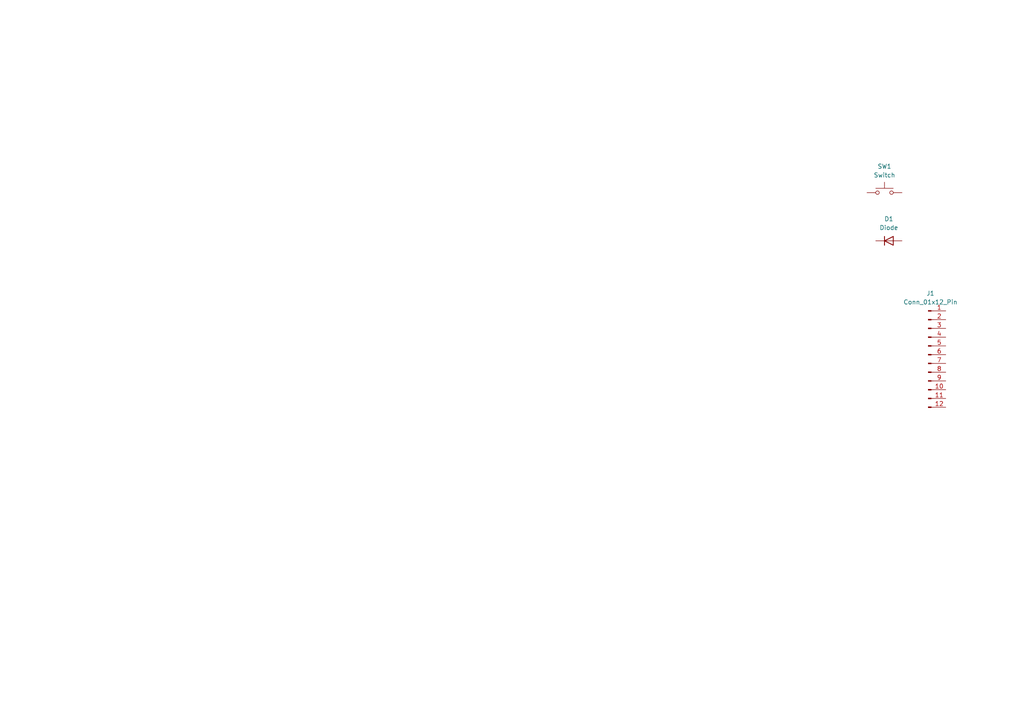
<source format=kicad_sch>
(kicad_sch (version 20230121) (generator eeschema)

  (uuid e3d87f68-c407-43a4-b511-d26f772bbb71)

  (paper "A4")

  (lib_symbols
    (symbol "Connector:Conn_01x12_Pin" (pin_names (offset 1.016) hide) (in_bom yes) (on_board yes)
      (property "Reference" "J" (at 0 15.24 0)
        (effects (font (size 1.27 1.27)))
      )
      (property "Value" "Conn_01x12_Pin" (at 0 -17.78 0)
        (effects (font (size 1.27 1.27)))
      )
      (property "Footprint" "" (at 0 0 0)
        (effects (font (size 1.27 1.27)) hide)
      )
      (property "Datasheet" "~" (at 0 0 0)
        (effects (font (size 1.27 1.27)) hide)
      )
      (property "ki_locked" "" (at 0 0 0)
        (effects (font (size 1.27 1.27)))
      )
      (property "ki_keywords" "connector" (at 0 0 0)
        (effects (font (size 1.27 1.27)) hide)
      )
      (property "ki_description" "Generic connector, single row, 01x12, script generated" (at 0 0 0)
        (effects (font (size 1.27 1.27)) hide)
      )
      (property "ki_fp_filters" "Connector*:*_1x??_*" (at 0 0 0)
        (effects (font (size 1.27 1.27)) hide)
      )
      (symbol "Conn_01x12_Pin_1_1"
        (polyline
          (pts
            (xy 1.27 -15.24)
            (xy 0.8636 -15.24)
          )
          (stroke (width 0.1524) (type default))
          (fill (type none))
        )
        (polyline
          (pts
            (xy 1.27 -12.7)
            (xy 0.8636 -12.7)
          )
          (stroke (width 0.1524) (type default))
          (fill (type none))
        )
        (polyline
          (pts
            (xy 1.27 -10.16)
            (xy 0.8636 -10.16)
          )
          (stroke (width 0.1524) (type default))
          (fill (type none))
        )
        (polyline
          (pts
            (xy 1.27 -7.62)
            (xy 0.8636 -7.62)
          )
          (stroke (width 0.1524) (type default))
          (fill (type none))
        )
        (polyline
          (pts
            (xy 1.27 -5.08)
            (xy 0.8636 -5.08)
          )
          (stroke (width 0.1524) (type default))
          (fill (type none))
        )
        (polyline
          (pts
            (xy 1.27 -2.54)
            (xy 0.8636 -2.54)
          )
          (stroke (width 0.1524) (type default))
          (fill (type none))
        )
        (polyline
          (pts
            (xy 1.27 0)
            (xy 0.8636 0)
          )
          (stroke (width 0.1524) (type default))
          (fill (type none))
        )
        (polyline
          (pts
            (xy 1.27 2.54)
            (xy 0.8636 2.54)
          )
          (stroke (width 0.1524) (type default))
          (fill (type none))
        )
        (polyline
          (pts
            (xy 1.27 5.08)
            (xy 0.8636 5.08)
          )
          (stroke (width 0.1524) (type default))
          (fill (type none))
        )
        (polyline
          (pts
            (xy 1.27 7.62)
            (xy 0.8636 7.62)
          )
          (stroke (width 0.1524) (type default))
          (fill (type none))
        )
        (polyline
          (pts
            (xy 1.27 10.16)
            (xy 0.8636 10.16)
          )
          (stroke (width 0.1524) (type default))
          (fill (type none))
        )
        (polyline
          (pts
            (xy 1.27 12.7)
            (xy 0.8636 12.7)
          )
          (stroke (width 0.1524) (type default))
          (fill (type none))
        )
        (rectangle (start 0.8636 -15.113) (end 0 -15.367)
          (stroke (width 0.1524) (type default))
          (fill (type outline))
        )
        (rectangle (start 0.8636 -12.573) (end 0 -12.827)
          (stroke (width 0.1524) (type default))
          (fill (type outline))
        )
        (rectangle (start 0.8636 -10.033) (end 0 -10.287)
          (stroke (width 0.1524) (type default))
          (fill (type outline))
        )
        (rectangle (start 0.8636 -7.493) (end 0 -7.747)
          (stroke (width 0.1524) (type default))
          (fill (type outline))
        )
        (rectangle (start 0.8636 -4.953) (end 0 -5.207)
          (stroke (width 0.1524) (type default))
          (fill (type outline))
        )
        (rectangle (start 0.8636 -2.413) (end 0 -2.667)
          (stroke (width 0.1524) (type default))
          (fill (type outline))
        )
        (rectangle (start 0.8636 0.127) (end 0 -0.127)
          (stroke (width 0.1524) (type default))
          (fill (type outline))
        )
        (rectangle (start 0.8636 2.667) (end 0 2.413)
          (stroke (width 0.1524) (type default))
          (fill (type outline))
        )
        (rectangle (start 0.8636 5.207) (end 0 4.953)
          (stroke (width 0.1524) (type default))
          (fill (type outline))
        )
        (rectangle (start 0.8636 7.747) (end 0 7.493)
          (stroke (width 0.1524) (type default))
          (fill (type outline))
        )
        (rectangle (start 0.8636 10.287) (end 0 10.033)
          (stroke (width 0.1524) (type default))
          (fill (type outline))
        )
        (rectangle (start 0.8636 12.827) (end 0 12.573)
          (stroke (width 0.1524) (type default))
          (fill (type outline))
        )
        (pin passive line (at 5.08 12.7 180) (length 3.81)
          (name "Pin_1" (effects (font (size 1.27 1.27))))
          (number "1" (effects (font (size 1.27 1.27))))
        )
        (pin passive line (at 5.08 -10.16 180) (length 3.81)
          (name "Pin_10" (effects (font (size 1.27 1.27))))
          (number "10" (effects (font (size 1.27 1.27))))
        )
        (pin passive line (at 5.08 -12.7 180) (length 3.81)
          (name "Pin_11" (effects (font (size 1.27 1.27))))
          (number "11" (effects (font (size 1.27 1.27))))
        )
        (pin passive line (at 5.08 -15.24 180) (length 3.81)
          (name "Pin_12" (effects (font (size 1.27 1.27))))
          (number "12" (effects (font (size 1.27 1.27))))
        )
        (pin passive line (at 5.08 10.16 180) (length 3.81)
          (name "Pin_2" (effects (font (size 1.27 1.27))))
          (number "2" (effects (font (size 1.27 1.27))))
        )
        (pin passive line (at 5.08 7.62 180) (length 3.81)
          (name "Pin_3" (effects (font (size 1.27 1.27))))
          (number "3" (effects (font (size 1.27 1.27))))
        )
        (pin passive line (at 5.08 5.08 180) (length 3.81)
          (name "Pin_4" (effects (font (size 1.27 1.27))))
          (number "4" (effects (font (size 1.27 1.27))))
        )
        (pin passive line (at 5.08 2.54 180) (length 3.81)
          (name "Pin_5" (effects (font (size 1.27 1.27))))
          (number "5" (effects (font (size 1.27 1.27))))
        )
        (pin passive line (at 5.08 0 180) (length 3.81)
          (name "Pin_6" (effects (font (size 1.27 1.27))))
          (number "6" (effects (font (size 1.27 1.27))))
        )
        (pin passive line (at 5.08 -2.54 180) (length 3.81)
          (name "Pin_7" (effects (font (size 1.27 1.27))))
          (number "7" (effects (font (size 1.27 1.27))))
        )
        (pin passive line (at 5.08 -5.08 180) (length 3.81)
          (name "Pin_8" (effects (font (size 1.27 1.27))))
          (number "8" (effects (font (size 1.27 1.27))))
        )
        (pin passive line (at 5.08 -7.62 180) (length 3.81)
          (name "Pin_9" (effects (font (size 1.27 1.27))))
          (number "9" (effects (font (size 1.27 1.27))))
        )
      )
    )
    (symbol "ScottoKeebs:Placeholder_Diode" (pin_numbers hide) (pin_names hide) (in_bom yes) (on_board yes)
      (property "Reference" "D" (at 0 2.54 0)
        (effects (font (size 1.27 1.27)))
      )
      (property "Value" "Diode" (at 0 -2.54 0)
        (effects (font (size 1.27 1.27)))
      )
      (property "Footprint" "" (at 0 0 0)
        (effects (font (size 1.27 1.27)) hide)
      )
      (property "Datasheet" "" (at 0 0 0)
        (effects (font (size 1.27 1.27)) hide)
      )
      (property "Sim.Device" "D" (at 0 0 0)
        (effects (font (size 1.27 1.27)) hide)
      )
      (property "Sim.Pins" "1=K 2=A" (at 0 0 0)
        (effects (font (size 1.27 1.27)) hide)
      )
      (property "ki_keywords" "diode" (at 0 0 0)
        (effects (font (size 1.27 1.27)) hide)
      )
      (property "ki_description" "1N4148 (DO-35) or 1N4148W (SOD-123)" (at 0 0 0)
        (effects (font (size 1.27 1.27)) hide)
      )
      (property "ki_fp_filters" "D*DO?35*" (at 0 0 0)
        (effects (font (size 1.27 1.27)) hide)
      )
      (symbol "Placeholder_Diode_0_1"
        (polyline
          (pts
            (xy -1.27 1.27)
            (xy -1.27 -1.27)
          )
          (stroke (width 0.254) (type default))
          (fill (type none))
        )
        (polyline
          (pts
            (xy 1.27 0)
            (xy -1.27 0)
          )
          (stroke (width 0) (type default))
          (fill (type none))
        )
        (polyline
          (pts
            (xy 1.27 1.27)
            (xy 1.27 -1.27)
            (xy -1.27 0)
            (xy 1.27 1.27)
          )
          (stroke (width 0.254) (type default))
          (fill (type none))
        )
      )
      (symbol "Placeholder_Diode_1_1"
        (pin passive line (at -3.81 0 0) (length 2.54)
          (name "K" (effects (font (size 1.27 1.27))))
          (number "1" (effects (font (size 1.27 1.27))))
        )
        (pin passive line (at 3.81 0 180) (length 2.54)
          (name "A" (effects (font (size 1.27 1.27))))
          (number "2" (effects (font (size 1.27 1.27))))
        )
      )
    )
    (symbol "ScottoKeebs:Placeholder_Switch" (pin_numbers hide) (pin_names (offset 1.016) hide) (in_bom yes) (on_board yes)
      (property "Reference" "SW" (at 1.27 2.54 0)
        (effects (font (size 1.27 1.27)) (justify left))
      )
      (property "Value" "Switch" (at 0 -1.524 0)
        (effects (font (size 1.27 1.27)))
      )
      (property "Footprint" "" (at 0 5.08 0)
        (effects (font (size 1.27 1.27)) hide)
      )
      (property "Datasheet" "~" (at 0 5.08 0)
        (effects (font (size 1.27 1.27)) hide)
      )
      (property "ki_keywords" "switch normally-open pushbutton push-button" (at 0 0 0)
        (effects (font (size 1.27 1.27)) hide)
      )
      (property "ki_description" "Push button switch, generic, two pins" (at 0 0 0)
        (effects (font (size 1.27 1.27)) hide)
      )
      (symbol "Placeholder_Switch_0_1"
        (circle (center -2.032 0) (radius 0.508)
          (stroke (width 0) (type default))
          (fill (type none))
        )
        (polyline
          (pts
            (xy 0 1.27)
            (xy 0 3.048)
          )
          (stroke (width 0) (type default))
          (fill (type none))
        )
        (polyline
          (pts
            (xy 2.54 1.27)
            (xy -2.54 1.27)
          )
          (stroke (width 0) (type default))
          (fill (type none))
        )
        (circle (center 2.032 0) (radius 0.508)
          (stroke (width 0) (type default))
          (fill (type none))
        )
        (pin passive line (at -5.08 0 0) (length 2.54)
          (name "1" (effects (font (size 1.27 1.27))))
          (number "1" (effects (font (size 1.27 1.27))))
        )
        (pin passive line (at 5.08 0 180) (length 2.54)
          (name "2" (effects (font (size 1.27 1.27))))
          (number "2" (effects (font (size 1.27 1.27))))
        )
      )
    )
  )


  (symbol (lib_id "ScottoKeebs:Placeholder_Switch") (at 256.54 55.88 0) (unit 1)
    (in_bom yes) (on_board yes) (dnp no) (fields_autoplaced)
    (uuid 2718c51a-c52a-4b4a-9ad8-96c55ec3ec6c)
    (property "Reference" "SW1" (at 256.54 48.26 0)
      (effects (font (size 1.27 1.27)))
    )
    (property "Value" "Switch" (at 256.54 50.8 0)
      (effects (font (size 1.27 1.27)))
    )
    (property "Footprint" "" (at 256.54 50.8 0)
      (effects (font (size 1.27 1.27)) hide)
    )
    (property "Datasheet" "~" (at 256.54 50.8 0)
      (effects (font (size 1.27 1.27)) hide)
    )
    (pin "1" (uuid 0fbc31f5-5468-407c-9205-60b53c376e44))
    (pin "2" (uuid e2e73380-2102-4ed0-b83c-957784059923))
    (instances
      (project "mksp_Mk1_rev0"
        (path "/317db825-7ec8-42a4-86c9-29de77488848/5e10f522-bda2-47d4-8f22-ab87da492e03"
          (reference "SW1") (unit 1)
        )
        (path "/317db825-7ec8-42a4-86c9-29de77488848/bcf55edc-6b24-4836-a1e2-aa0a774f766a"
          (reference "SW2") (unit 1)
        )
      )
    )
  )

  (symbol (lib_id "Connector:Conn_01x12_Pin") (at 269.24 102.87 0) (unit 1)
    (in_bom yes) (on_board yes) (dnp no) (fields_autoplaced)
    (uuid 43675318-f600-453a-b72b-9f1dbffde962)
    (property "Reference" "J1" (at 269.875 85.09 0)
      (effects (font (size 1.27 1.27)))
    )
    (property "Value" "Conn_01x12_Pin" (at 269.875 87.63 0)
      (effects (font (size 1.27 1.27)))
    )
    (property "Footprint" "" (at 269.24 102.87 0)
      (effects (font (size 1.27 1.27)) hide)
    )
    (property "Datasheet" "~" (at 269.24 102.87 0)
      (effects (font (size 1.27 1.27)) hide)
    )
    (pin "1" (uuid 3f0d7023-dd87-44a7-bf57-b0331d8e47d9))
    (pin "10" (uuid c27caebb-6f75-4084-9369-b233a31b6386))
    (pin "11" (uuid a43852e7-354e-468a-9177-c510b2c5c778))
    (pin "12" (uuid d4811f45-9036-4f3f-af97-a6acf53385b8))
    (pin "2" (uuid fc50112e-d7a6-4a8b-9807-a79b30eb5302))
    (pin "3" (uuid 4b9d050c-09aa-4291-82c1-6bad3d012915))
    (pin "4" (uuid ceee62f9-bbab-483c-bcc8-4ec8d30084ec))
    (pin "5" (uuid 15f4cb6f-bc5f-4f3d-ac4b-2d460f0a32d1))
    (pin "6" (uuid 6004f319-6215-46cb-af26-fe2681619d1e))
    (pin "7" (uuid 8d5ccfb0-edf5-42a6-bc46-6046fd3475ec))
    (pin "8" (uuid 35c6b7f0-a304-43fa-862e-3c8f7e989323))
    (pin "9" (uuid 24f2ecf9-b79c-46ad-a978-8b24b75c7938))
    (instances
      (project "mksp_Mk1_rev0"
        (path "/317db825-7ec8-42a4-86c9-29de77488848/5e10f522-bda2-47d4-8f22-ab87da492e03"
          (reference "J1") (unit 1)
        )
        (path "/317db825-7ec8-42a4-86c9-29de77488848/bcf55edc-6b24-4836-a1e2-aa0a774f766a"
          (reference "J2") (unit 1)
        )
      )
    )
  )

  (symbol (lib_id "ScottoKeebs:Placeholder_Diode") (at 257.81 69.85 0) (unit 1)
    (in_bom yes) (on_board yes) (dnp no) (fields_autoplaced)
    (uuid a32205f4-8a92-4cb7-ae96-56149bc0bae3)
    (property "Reference" "D1" (at 257.81 63.5 0)
      (effects (font (size 1.27 1.27)))
    )
    (property "Value" "Diode" (at 257.81 66.04 0)
      (effects (font (size 1.27 1.27)))
    )
    (property "Footprint" "" (at 257.81 69.85 0)
      (effects (font (size 1.27 1.27)) hide)
    )
    (property "Datasheet" "" (at 257.81 69.85 0)
      (effects (font (size 1.27 1.27)) hide)
    )
    (property "Sim.Device" "D" (at 257.81 69.85 0)
      (effects (font (size 1.27 1.27)) hide)
    )
    (property "Sim.Pins" "1=K 2=A" (at 257.81 69.85 0)
      (effects (font (size 1.27 1.27)) hide)
    )
    (pin "1" (uuid 26fb2695-5323-4f19-b853-a66f914ce861))
    (pin "2" (uuid 85c7deac-0941-4c24-8d13-4d2915bdf75e))
    (instances
      (project "mksp_Mk1_rev0"
        (path "/317db825-7ec8-42a4-86c9-29de77488848/5e10f522-bda2-47d4-8f22-ab87da492e03"
          (reference "D1") (unit 1)
        )
        (path "/317db825-7ec8-42a4-86c9-29de77488848/bcf55edc-6b24-4836-a1e2-aa0a774f766a"
          (reference "D2") (unit 1)
        )
      )
    )
  )
)

</source>
